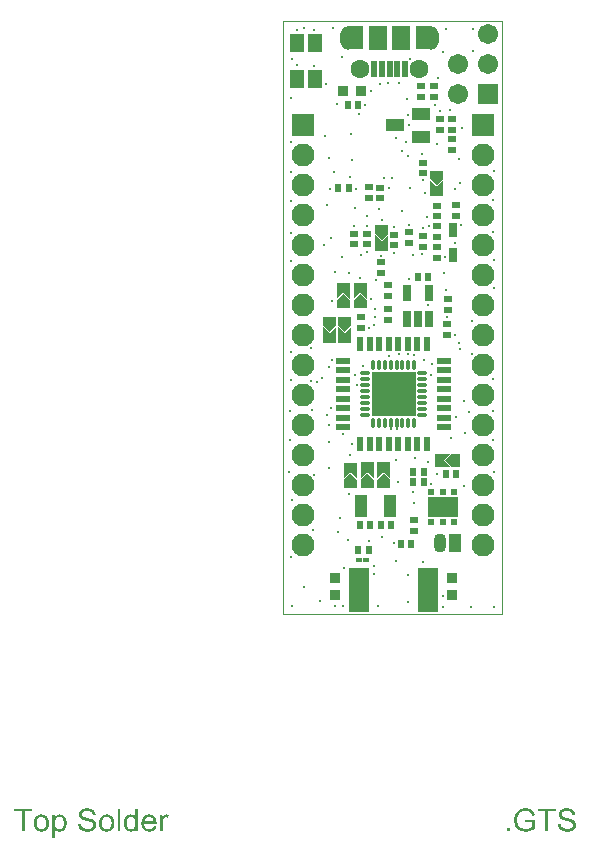
<source format=gts>
G04*
G04 #@! TF.GenerationSoftware,Altium Limited,Altium Designer,18.1.9 (240)*
G04*
G04 Layer_Color=8388736*
%FSLAX43Y43*%
%MOMM*%
G71*
G01*
G75*
%ADD15C,0.100*%
%ADD16R,1.800X3.800*%
%ADD17R,0.700X1.400*%
%ADD18R,0.800X0.610*%
%ADD19R,1.500X1.100*%
%ADD20R,1.200X1.600*%
%ADD21R,0.900X0.900*%
%ADD22R,0.900X0.900*%
%ADD23O,0.400X0.850*%
%ADD24O,0.850X0.400*%
%ADD25R,3.800X3.800*%
%ADD26R,0.600X1.300*%
%ADD27R,1.300X0.600*%
%ADD28R,2.600X1.800*%
%ADD29R,0.550X0.600*%
%ADD30R,0.525X0.430*%
%ADD31R,0.640X1.160*%
%ADD32R,1.100X1.900*%
%ADD33R,1.600X2.000*%
%ADD34R,0.500X1.450*%
%ADD35R,0.660X0.610*%
%ADD36R,0.610X0.800*%
%ADD37R,0.610X0.660*%
%ADD38R,1.703X1.703*%
%ADD39C,1.703*%
%ADD40R,1.100X1.600*%
%ADD41O,1.100X1.600*%
%ADD42O,1.300X2.000*%
%ADD43C,1.600*%
%ADD44C,1.950*%
%ADD45R,1.950X1.950*%
%ADD46C,0.300*%
G36*
X12517Y47842D02*
X11267D01*
Y49842D01*
X12517D01*
Y47842D01*
D02*
G37*
G36*
X6767D02*
X5517D01*
Y49842D01*
X6767D01*
Y47842D01*
D02*
G37*
G36*
X13567Y36875D02*
X13017Y36325D01*
X12467Y36875D01*
Y37575D01*
X13567D01*
Y36875D01*
D02*
G37*
G36*
Y35425D02*
X12467D01*
Y36775D01*
X13017Y36225D01*
Y36225D01*
X13567Y36775D01*
Y35425D01*
D02*
G37*
G36*
X8893Y32255D02*
X8343Y31705D01*
X7793Y32255D01*
Y32955D01*
X8893D01*
Y32255D01*
D02*
G37*
G36*
Y30805D02*
X7793D01*
Y32155D01*
X8343Y31605D01*
Y31605D01*
X8893Y32155D01*
Y30805D01*
D02*
G37*
G36*
X7071Y26725D02*
X6521Y27275D01*
Y27275D01*
X5971Y26725D01*
Y28075D01*
X7071D01*
Y26725D01*
D02*
G37*
G36*
X5650D02*
X5100Y27275D01*
Y27275D01*
X4550Y26725D01*
Y28075D01*
X5650D01*
Y26725D01*
D02*
G37*
G36*
X7071Y26625D02*
Y25925D01*
X5971D01*
Y26625D01*
X6521Y27175D01*
X7071Y26625D01*
D02*
G37*
G36*
X5650D02*
Y25925D01*
X4550D01*
Y26625D01*
X5100Y27175D01*
X5650Y26625D01*
D02*
G37*
G36*
X5750Y24475D02*
X5200Y23925D01*
X4650Y24475D01*
Y25175D01*
X5750D01*
Y24475D01*
D02*
G37*
G36*
X4510D02*
X3960Y23925D01*
X3410Y24475D01*
Y25175D01*
X4510D01*
Y24475D01*
D02*
G37*
G36*
X5750Y23025D02*
X4650D01*
Y24375D01*
X5200Y23825D01*
Y23825D01*
X5750Y24375D01*
Y23025D01*
D02*
G37*
G36*
X4510D02*
X3410D01*
Y24375D01*
X3960Y23825D01*
Y23825D01*
X4510Y24375D01*
Y23025D01*
D02*
G37*
G36*
X14975Y12525D02*
X14275D01*
X13725Y13075D01*
X14275Y13625D01*
X14975D01*
Y12525D01*
D02*
G37*
G36*
X13625Y13075D02*
X13625D01*
X14175Y12525D01*
X12825D01*
Y13625D01*
X14175D01*
X13625Y13075D01*
D02*
G37*
G36*
X9050Y11525D02*
X8500Y12075D01*
Y12075D01*
X7950Y11525D01*
Y12875D01*
X9050D01*
Y11525D01*
D02*
G37*
G36*
X7650D02*
X7100Y12075D01*
Y12075D01*
X6550Y11525D01*
Y12875D01*
X7650D01*
Y11525D01*
D02*
G37*
G36*
X6230Y11515D02*
X5680Y12065D01*
Y12065D01*
X5130Y11515D01*
Y12865D01*
X6230D01*
Y11515D01*
D02*
G37*
G36*
X9050Y11425D02*
Y10725D01*
X7950D01*
Y11425D01*
X8500Y11975D01*
X9050Y11425D01*
D02*
G37*
G36*
X7650D02*
Y10725D01*
X6550D01*
Y11425D01*
X7100Y11975D01*
X7650Y11425D01*
D02*
G37*
G36*
X6230Y11415D02*
Y10715D01*
X5130D01*
Y11415D01*
X5680Y11965D01*
X6230Y11415D01*
D02*
G37*
G36*
X-16550Y-16402D02*
X-16530D01*
X-16478Y-16407D01*
X-16419Y-16416D01*
X-16358Y-16430D01*
X-16292Y-16446D01*
X-16230Y-16469D01*
X-16228D01*
X-16222Y-16471D01*
X-16214Y-16477D01*
X-16203Y-16482D01*
X-16175Y-16496D01*
X-16139Y-16521D01*
X-16097Y-16549D01*
X-16056Y-16585D01*
X-16017Y-16627D01*
X-15981Y-16674D01*
Y-16677D01*
X-15978Y-16680D01*
X-15972Y-16688D01*
X-15967Y-16696D01*
X-15953Y-16724D01*
X-15936Y-16760D01*
X-15917Y-16804D01*
X-15903Y-16857D01*
X-15889Y-16913D01*
X-15883Y-16974D01*
X-16128Y-16993D01*
Y-16990D01*
Y-16985D01*
X-16131Y-16977D01*
X-16133Y-16963D01*
X-16142Y-16932D01*
X-16153Y-16890D01*
X-16169Y-16846D01*
X-16194Y-16802D01*
X-16225Y-16760D01*
X-16264Y-16721D01*
X-16269Y-16718D01*
X-16283Y-16707D01*
X-16311Y-16691D01*
X-16347Y-16674D01*
X-16394Y-16657D01*
X-16450Y-16641D01*
X-16519Y-16630D01*
X-16597Y-16627D01*
X-16636D01*
X-16652Y-16630D01*
X-16675Y-16632D01*
X-16725Y-16638D01*
X-16780Y-16649D01*
X-16836Y-16663D01*
X-16888Y-16685D01*
X-16911Y-16699D01*
X-16933Y-16713D01*
X-16938Y-16716D01*
X-16949Y-16727D01*
X-16966Y-16746D01*
X-16983Y-16768D01*
X-17002Y-16799D01*
X-17019Y-16832D01*
X-17030Y-16871D01*
X-17036Y-16915D01*
Y-16921D01*
Y-16932D01*
X-17033Y-16952D01*
X-17027Y-16974D01*
X-17019Y-17002D01*
X-17005Y-17029D01*
X-16988Y-17057D01*
X-16963Y-17085D01*
X-16961Y-17088D01*
X-16947Y-17096D01*
X-16936Y-17104D01*
X-16925Y-17110D01*
X-16908Y-17118D01*
X-16888Y-17129D01*
X-16863Y-17138D01*
X-16836Y-17149D01*
X-16805Y-17160D01*
X-16769Y-17174D01*
X-16730Y-17185D01*
X-16686Y-17199D01*
X-16636Y-17210D01*
X-16580Y-17224D01*
X-16577D01*
X-16566Y-17226D01*
X-16550Y-17229D01*
X-16530Y-17235D01*
X-16505Y-17240D01*
X-16475Y-17249D01*
X-16444Y-17257D01*
X-16411Y-17265D01*
X-16339Y-17285D01*
X-16269Y-17304D01*
X-16236Y-17315D01*
X-16205Y-17326D01*
X-16178Y-17335D01*
X-16155Y-17346D01*
X-16153D01*
X-16147Y-17349D01*
X-16139Y-17354D01*
X-16128Y-17360D01*
X-16097Y-17376D01*
X-16061Y-17399D01*
X-16019Y-17429D01*
X-15978Y-17462D01*
X-15939Y-17501D01*
X-15906Y-17543D01*
X-15903Y-17548D01*
X-15892Y-17562D01*
X-15881Y-17587D01*
X-15864Y-17621D01*
X-15850Y-17660D01*
X-15836Y-17707D01*
X-15828Y-17759D01*
X-15825Y-17815D01*
Y-17818D01*
Y-17821D01*
Y-17829D01*
Y-17840D01*
X-15831Y-17871D01*
X-15836Y-17909D01*
X-15847Y-17954D01*
X-15861Y-18001D01*
X-15883Y-18051D01*
X-15914Y-18104D01*
Y-18106D01*
X-15917Y-18109D01*
X-15931Y-18126D01*
X-15950Y-18151D01*
X-15978Y-18179D01*
X-16014Y-18212D01*
X-16058Y-18248D01*
X-16108Y-18281D01*
X-16167Y-18312D01*
X-16169D01*
X-16175Y-18315D01*
X-16183Y-18317D01*
X-16194Y-18323D01*
X-16211Y-18329D01*
X-16230Y-18337D01*
X-16275Y-18348D01*
X-16328Y-18362D01*
X-16391Y-18376D01*
X-16461Y-18384D01*
X-16536Y-18387D01*
X-16580D01*
X-16602Y-18384D01*
X-16627D01*
X-16655Y-18381D01*
X-16689Y-18379D01*
X-16758Y-18367D01*
X-16830Y-18356D01*
X-16902Y-18337D01*
X-16972Y-18312D01*
X-16974D01*
X-16980Y-18309D01*
X-16988Y-18304D01*
X-16999Y-18298D01*
X-17033Y-18281D01*
X-17072Y-18256D01*
X-17116Y-18223D01*
X-17163Y-18184D01*
X-17208Y-18137D01*
X-17249Y-18084D01*
Y-18081D01*
X-17255Y-18076D01*
X-17258Y-18068D01*
X-17266Y-18057D01*
X-17272Y-18043D01*
X-17280Y-18026D01*
X-17299Y-17984D01*
X-17319Y-17932D01*
X-17335Y-17873D01*
X-17346Y-17807D01*
X-17352Y-17737D01*
X-17113Y-17715D01*
Y-17718D01*
Y-17721D01*
X-17111Y-17729D01*
Y-17740D01*
X-17105Y-17765D01*
X-17097Y-17801D01*
X-17086Y-17837D01*
X-17074Y-17879D01*
X-17055Y-17918D01*
X-17036Y-17954D01*
X-17033Y-17957D01*
X-17024Y-17968D01*
X-17011Y-17987D01*
X-16988Y-18007D01*
X-16961Y-18032D01*
X-16930Y-18057D01*
X-16888Y-18081D01*
X-16844Y-18104D01*
X-16841D01*
X-16838Y-18106D01*
X-16830Y-18109D01*
X-16822Y-18112D01*
X-16794Y-18120D01*
X-16758Y-18131D01*
X-16714Y-18143D01*
X-16664Y-18151D01*
X-16608Y-18156D01*
X-16547Y-18159D01*
X-16522D01*
X-16494Y-18156D01*
X-16461Y-18154D01*
X-16422Y-18148D01*
X-16378Y-18143D01*
X-16333Y-18131D01*
X-16292Y-18118D01*
X-16286Y-18115D01*
X-16272Y-18109D01*
X-16253Y-18098D01*
X-16228Y-18087D01*
X-16203Y-18068D01*
X-16175Y-18048D01*
X-16147Y-18026D01*
X-16125Y-17998D01*
X-16122Y-17995D01*
X-16117Y-17984D01*
X-16108Y-17970D01*
X-16097Y-17948D01*
X-16086Y-17926D01*
X-16078Y-17898D01*
X-16072Y-17868D01*
X-16069Y-17834D01*
Y-17832D01*
Y-17818D01*
X-16072Y-17801D01*
X-16075Y-17779D01*
X-16083Y-17757D01*
X-16092Y-17729D01*
X-16106Y-17701D01*
X-16125Y-17676D01*
X-16128Y-17673D01*
X-16136Y-17665D01*
X-16147Y-17654D01*
X-16167Y-17637D01*
X-16189Y-17621D01*
X-16219Y-17601D01*
X-16255Y-17582D01*
X-16297Y-17565D01*
X-16300Y-17562D01*
X-16314Y-17560D01*
X-16336Y-17551D01*
X-16350Y-17548D01*
X-16369Y-17543D01*
X-16389Y-17535D01*
X-16414Y-17529D01*
X-16441Y-17521D01*
X-16475Y-17512D01*
X-16508Y-17504D01*
X-16547Y-17493D01*
X-16591Y-17482D01*
X-16639Y-17471D01*
X-16641D01*
X-16650Y-17468D01*
X-16664Y-17465D01*
X-16680Y-17460D01*
X-16702Y-17454D01*
X-16727Y-17449D01*
X-16783Y-17432D01*
X-16844Y-17412D01*
X-16908Y-17393D01*
X-16963Y-17374D01*
X-16988Y-17362D01*
X-17011Y-17351D01*
X-17013D01*
X-17016Y-17349D01*
X-17033Y-17337D01*
X-17058Y-17324D01*
X-17086Y-17301D01*
X-17119Y-17276D01*
X-17152Y-17246D01*
X-17185Y-17210D01*
X-17213Y-17171D01*
X-17216Y-17165D01*
X-17224Y-17151D01*
X-17235Y-17129D01*
X-17247Y-17101D01*
X-17258Y-17065D01*
X-17269Y-17024D01*
X-17277Y-16979D01*
X-17280Y-16932D01*
Y-16929D01*
Y-16927D01*
Y-16918D01*
Y-16907D01*
X-17274Y-16879D01*
X-17269Y-16843D01*
X-17260Y-16802D01*
X-17247Y-16754D01*
X-17227Y-16707D01*
X-17199Y-16660D01*
Y-16657D01*
X-17197Y-16655D01*
X-17183Y-16638D01*
X-17163Y-16616D01*
X-17138Y-16588D01*
X-17105Y-16557D01*
X-17063Y-16524D01*
X-17013Y-16493D01*
X-16958Y-16466D01*
X-16955D01*
X-16949Y-16463D01*
X-16941Y-16460D01*
X-16930Y-16455D01*
X-16916Y-16449D01*
X-16897Y-16444D01*
X-16855Y-16432D01*
X-16802Y-16421D01*
X-16741Y-16410D01*
X-16677Y-16402D01*
X-16605Y-16399D01*
X-16569D01*
X-16550Y-16402D01*
D02*
G37*
G36*
X-12297Y-18354D02*
X-12516D01*
Y-18179D01*
X-12519Y-18181D01*
X-12521Y-18187D01*
X-12530Y-18198D01*
X-12541Y-18212D01*
X-12555Y-18226D01*
X-12571Y-18243D01*
X-12591Y-18262D01*
X-12616Y-18281D01*
X-12641Y-18301D01*
X-12669Y-18320D01*
X-12702Y-18337D01*
X-12738Y-18351D01*
X-12774Y-18365D01*
X-12816Y-18376D01*
X-12860Y-18381D01*
X-12907Y-18384D01*
X-12924D01*
X-12935Y-18381D01*
X-12968Y-18379D01*
X-13007Y-18373D01*
X-13054Y-18362D01*
X-13107Y-18345D01*
X-13160Y-18323D01*
X-13213Y-18292D01*
X-13215D01*
X-13218Y-18287D01*
X-13235Y-18276D01*
X-13260Y-18254D01*
X-13290Y-18226D01*
X-13327Y-18190D01*
X-13363Y-18145D01*
X-13399Y-18095D01*
X-13429Y-18037D01*
Y-18034D01*
X-13432Y-18029D01*
X-13435Y-18020D01*
X-13440Y-18009D01*
X-13446Y-17993D01*
X-13454Y-17973D01*
X-13460Y-17954D01*
X-13465Y-17929D01*
X-13479Y-17873D01*
X-13493Y-17809D01*
X-13501Y-17737D01*
X-13504Y-17660D01*
Y-17657D01*
Y-17651D01*
Y-17640D01*
Y-17623D01*
X-13501Y-17607D01*
Y-17585D01*
X-13496Y-17535D01*
X-13488Y-17476D01*
X-13474Y-17412D01*
X-13457Y-17346D01*
X-13435Y-17282D01*
Y-17279D01*
X-13432Y-17274D01*
X-13426Y-17265D01*
X-13421Y-17254D01*
X-13404Y-17224D01*
X-13382Y-17185D01*
X-13354Y-17143D01*
X-13318Y-17101D01*
X-13277Y-17057D01*
X-13227Y-17021D01*
X-13224D01*
X-13221Y-17018D01*
X-13213Y-17013D01*
X-13202Y-17007D01*
X-13174Y-16993D01*
X-13135Y-16974D01*
X-13091Y-16957D01*
X-13038Y-16943D01*
X-12979Y-16932D01*
X-12918Y-16929D01*
X-12896D01*
X-12874Y-16932D01*
X-12843Y-16935D01*
X-12807Y-16943D01*
X-12769Y-16952D01*
X-12730Y-16965D01*
X-12694Y-16985D01*
X-12688Y-16988D01*
X-12677Y-16993D01*
X-12660Y-17007D01*
X-12638Y-17021D01*
X-12610Y-17040D01*
X-12585Y-17065D01*
X-12558Y-17090D01*
X-12533Y-17121D01*
Y-16432D01*
X-12297D01*
Y-18354D01*
D02*
G37*
G36*
X-18876Y-16932D02*
X-18857Y-16935D01*
X-18815Y-16940D01*
X-18765Y-16952D01*
X-18712Y-16968D01*
X-18660Y-16993D01*
X-18607Y-17024D01*
X-18604D01*
X-18601Y-17029D01*
X-18585Y-17040D01*
X-18560Y-17063D01*
X-18529Y-17090D01*
X-18496Y-17126D01*
X-18463Y-17171D01*
X-18429Y-17224D01*
X-18401Y-17282D01*
Y-17285D01*
X-18399Y-17290D01*
X-18396Y-17299D01*
X-18390Y-17310D01*
X-18385Y-17326D01*
X-18379Y-17346D01*
X-18365Y-17390D01*
X-18351Y-17446D01*
X-18340Y-17507D01*
X-18332Y-17576D01*
X-18329Y-17648D01*
Y-17651D01*
Y-17657D01*
Y-17668D01*
Y-17684D01*
X-18332Y-17704D01*
Y-17726D01*
X-18338Y-17776D01*
X-18349Y-17837D01*
X-18363Y-17901D01*
X-18382Y-17968D01*
X-18407Y-18034D01*
Y-18037D01*
X-18410Y-18043D01*
X-18415Y-18051D01*
X-18421Y-18062D01*
X-18440Y-18093D01*
X-18465Y-18131D01*
X-18496Y-18173D01*
X-18535Y-18215D01*
X-18579Y-18256D01*
X-18632Y-18295D01*
X-18635D01*
X-18637Y-18298D01*
X-18646Y-18304D01*
X-18657Y-18309D01*
X-18685Y-18323D01*
X-18723Y-18340D01*
X-18771Y-18356D01*
X-18821Y-18370D01*
X-18879Y-18381D01*
X-18937Y-18384D01*
X-18957D01*
X-18979Y-18381D01*
X-19007Y-18379D01*
X-19040Y-18373D01*
X-19076Y-18365D01*
X-19112Y-18354D01*
X-19148Y-18337D01*
X-19151Y-18334D01*
X-19165Y-18329D01*
X-19182Y-18317D01*
X-19204Y-18301D01*
X-19226Y-18284D01*
X-19254Y-18262D01*
X-19279Y-18237D01*
X-19301Y-18209D01*
Y-18887D01*
X-19537D01*
Y-16960D01*
X-19323D01*
Y-17143D01*
X-19320Y-17138D01*
X-19309Y-17126D01*
X-19295Y-17107D01*
X-19273Y-17085D01*
X-19248Y-17057D01*
X-19220Y-17032D01*
X-19187Y-17007D01*
X-19154Y-16985D01*
X-19148Y-16982D01*
X-19137Y-16977D01*
X-19115Y-16968D01*
X-19087Y-16957D01*
X-19054Y-16946D01*
X-19015Y-16938D01*
X-18971Y-16932D01*
X-18921Y-16929D01*
X-18890D01*
X-18876Y-16932D01*
D02*
G37*
G36*
X-9873D02*
X-9842Y-16938D01*
X-9806Y-16949D01*
X-9767Y-16963D01*
X-9723Y-16982D01*
X-9676Y-17007D01*
X-9762Y-17224D01*
X-9765Y-17221D01*
X-9776Y-17215D01*
X-9792Y-17207D01*
X-9815Y-17199D01*
X-9840Y-17190D01*
X-9870Y-17182D01*
X-9901Y-17176D01*
X-9931Y-17174D01*
X-9945D01*
X-9959Y-17176D01*
X-9978Y-17179D01*
X-9998Y-17185D01*
X-10023Y-17193D01*
X-10048Y-17204D01*
X-10070Y-17221D01*
X-10073Y-17224D01*
X-10081Y-17229D01*
X-10089Y-17240D01*
X-10103Y-17254D01*
X-10117Y-17274D01*
X-10131Y-17296D01*
X-10145Y-17321D01*
X-10156Y-17351D01*
X-10159Y-17357D01*
X-10162Y-17374D01*
X-10167Y-17399D01*
X-10176Y-17432D01*
X-10184Y-17474D01*
X-10189Y-17521D01*
X-10192Y-17571D01*
X-10195Y-17626D01*
Y-18354D01*
X-10431D01*
Y-16960D01*
X-10217D01*
Y-17171D01*
X-10214Y-17168D01*
X-10203Y-17149D01*
X-10189Y-17124D01*
X-10167Y-17093D01*
X-10145Y-17063D01*
X-10120Y-17029D01*
X-10095Y-17002D01*
X-10070Y-16979D01*
X-10067Y-16977D01*
X-10059Y-16971D01*
X-10042Y-16963D01*
X-10026Y-16954D01*
X-10003Y-16946D01*
X-9976Y-16938D01*
X-9948Y-16932D01*
X-9917Y-16929D01*
X-9898D01*
X-9873Y-16932D01*
D02*
G37*
G36*
X-13782Y-18354D02*
X-14018D01*
Y-16432D01*
X-13782D01*
Y-18354D01*
D02*
G37*
G36*
X-21264Y-16660D02*
X-21897D01*
Y-18354D01*
X-22152D01*
Y-16660D01*
X-22785D01*
Y-16432D01*
X-21264D01*
Y-16660D01*
D02*
G37*
G36*
X-11305Y-16932D02*
X-11283Y-16935D01*
X-11255Y-16940D01*
X-11225Y-16946D01*
X-11189Y-16954D01*
X-11156Y-16963D01*
X-11117Y-16977D01*
X-11081Y-16990D01*
X-11042Y-17010D01*
X-11003Y-17032D01*
X-10964Y-17057D01*
X-10928Y-17088D01*
X-10895Y-17121D01*
X-10892Y-17124D01*
X-10886Y-17129D01*
X-10878Y-17140D01*
X-10867Y-17157D01*
X-10853Y-17176D01*
X-10839Y-17199D01*
X-10822Y-17226D01*
X-10806Y-17260D01*
X-10789Y-17296D01*
X-10772Y-17335D01*
X-10759Y-17379D01*
X-10745Y-17426D01*
X-10734Y-17479D01*
X-10725Y-17535D01*
X-10720Y-17593D01*
X-10717Y-17657D01*
Y-17660D01*
Y-17671D01*
Y-17690D01*
X-10720Y-17718D01*
X-11761D01*
Y-17721D01*
Y-17729D01*
X-11758Y-17740D01*
Y-17757D01*
X-11755Y-17776D01*
X-11750Y-17798D01*
X-11741Y-17848D01*
X-11725Y-17904D01*
X-11702Y-17965D01*
X-11672Y-18020D01*
X-11633Y-18070D01*
X-11630D01*
X-11627Y-18076D01*
X-11611Y-18090D01*
X-11586Y-18109D01*
X-11553Y-18129D01*
X-11508Y-18151D01*
X-11458Y-18170D01*
X-11403Y-18184D01*
X-11372Y-18187D01*
X-11339Y-18190D01*
X-11317D01*
X-11292Y-18187D01*
X-11261Y-18181D01*
X-11228Y-18173D01*
X-11189Y-18162D01*
X-11153Y-18145D01*
X-11117Y-18123D01*
X-11114Y-18120D01*
X-11100Y-18109D01*
X-11083Y-18093D01*
X-11064Y-18070D01*
X-11042Y-18040D01*
X-11017Y-18001D01*
X-10992Y-17957D01*
X-10970Y-17904D01*
X-10725Y-17934D01*
Y-17937D01*
X-10728Y-17943D01*
X-10731Y-17954D01*
X-10736Y-17970D01*
X-10745Y-17987D01*
X-10753Y-18009D01*
X-10775Y-18057D01*
X-10803Y-18109D01*
X-10842Y-18165D01*
X-10886Y-18218D01*
X-10942Y-18268D01*
X-10945D01*
X-10950Y-18273D01*
X-10958Y-18279D01*
X-10970Y-18287D01*
X-10986Y-18295D01*
X-11003Y-18304D01*
X-11025Y-18315D01*
X-11050Y-18326D01*
X-11078Y-18337D01*
X-11106Y-18348D01*
X-11175Y-18365D01*
X-11253Y-18379D01*
X-11339Y-18384D01*
X-11369D01*
X-11389Y-18381D01*
X-11414Y-18379D01*
X-11444Y-18373D01*
X-11478Y-18367D01*
X-11514Y-18362D01*
X-11591Y-18340D01*
X-11633Y-18323D01*
X-11672Y-18306D01*
X-11714Y-18284D01*
X-11752Y-18259D01*
X-11788Y-18231D01*
X-11825Y-18198D01*
X-11827Y-18195D01*
X-11833Y-18190D01*
X-11841Y-18179D01*
X-11852Y-18162D01*
X-11866Y-18143D01*
X-11880Y-18120D01*
X-11897Y-18093D01*
X-11913Y-18062D01*
X-11930Y-18026D01*
X-11947Y-17987D01*
X-11961Y-17943D01*
X-11974Y-17895D01*
X-11986Y-17846D01*
X-11994Y-17790D01*
X-11999Y-17732D01*
X-12002Y-17671D01*
Y-17668D01*
Y-17654D01*
Y-17637D01*
X-11999Y-17612D01*
X-11997Y-17582D01*
X-11994Y-17548D01*
X-11988Y-17510D01*
X-11980Y-17471D01*
X-11958Y-17382D01*
X-11944Y-17337D01*
X-11927Y-17290D01*
X-11905Y-17246D01*
X-11880Y-17204D01*
X-11852Y-17163D01*
X-11822Y-17124D01*
X-11819Y-17121D01*
X-11813Y-17115D01*
X-11802Y-17107D01*
X-11788Y-17093D01*
X-11772Y-17079D01*
X-11750Y-17063D01*
X-11725Y-17043D01*
X-11694Y-17027D01*
X-11664Y-17007D01*
X-11627Y-16990D01*
X-11589Y-16974D01*
X-11547Y-16960D01*
X-11503Y-16946D01*
X-11455Y-16938D01*
X-11405Y-16932D01*
X-11353Y-16929D01*
X-11325D01*
X-11305Y-16932D01*
D02*
G37*
G36*
X-14895D02*
X-14870Y-16935D01*
X-14842Y-16940D01*
X-14812Y-16946D01*
X-14776Y-16952D01*
X-14701Y-16977D01*
X-14662Y-16990D01*
X-14623Y-17010D01*
X-14584Y-17029D01*
X-14545Y-17057D01*
X-14509Y-17085D01*
X-14473Y-17118D01*
X-14470Y-17121D01*
X-14465Y-17126D01*
X-14456Y-17138D01*
X-14445Y-17151D01*
X-14431Y-17171D01*
X-14415Y-17196D01*
X-14398Y-17224D01*
X-14381Y-17254D01*
X-14365Y-17288D01*
X-14348Y-17329D01*
X-14332Y-17371D01*
X-14318Y-17418D01*
X-14307Y-17468D01*
X-14298Y-17521D01*
X-14293Y-17576D01*
X-14290Y-17637D01*
Y-17640D01*
Y-17648D01*
Y-17662D01*
Y-17682D01*
X-14293Y-17704D01*
X-14295Y-17732D01*
Y-17759D01*
X-14301Y-17790D01*
X-14309Y-17859D01*
X-14326Y-17929D01*
X-14345Y-17998D01*
X-14373Y-18062D01*
Y-18065D01*
X-14376Y-18068D01*
X-14381Y-18076D01*
X-14387Y-18087D01*
X-14406Y-18115D01*
X-14431Y-18148D01*
X-14465Y-18187D01*
X-14506Y-18226D01*
X-14554Y-18265D01*
X-14609Y-18301D01*
X-14612D01*
X-14615Y-18304D01*
X-14623Y-18309D01*
X-14637Y-18315D01*
X-14651Y-18320D01*
X-14667Y-18326D01*
X-14709Y-18342D01*
X-14756Y-18356D01*
X-14815Y-18370D01*
X-14876Y-18381D01*
X-14942Y-18384D01*
X-14970D01*
X-14992Y-18381D01*
X-15017Y-18379D01*
X-15045Y-18373D01*
X-15078Y-18367D01*
X-15112Y-18362D01*
X-15187Y-18340D01*
X-15228Y-18323D01*
X-15267Y-18306D01*
X-15306Y-18284D01*
X-15345Y-18259D01*
X-15381Y-18231D01*
X-15417Y-18198D01*
X-15420Y-18195D01*
X-15425Y-18190D01*
X-15434Y-18179D01*
X-15445Y-18162D01*
X-15459Y-18143D01*
X-15473Y-18120D01*
X-15489Y-18093D01*
X-15506Y-18059D01*
X-15523Y-18023D01*
X-15539Y-17982D01*
X-15553Y-17937D01*
X-15567Y-17890D01*
X-15578Y-17837D01*
X-15586Y-17782D01*
X-15592Y-17721D01*
X-15595Y-17657D01*
Y-17651D01*
Y-17640D01*
X-15592Y-17621D01*
Y-17593D01*
X-15589Y-17562D01*
X-15584Y-17523D01*
X-15578Y-17485D01*
X-15567Y-17440D01*
X-15556Y-17396D01*
X-15542Y-17349D01*
X-15525Y-17299D01*
X-15503Y-17251D01*
X-15481Y-17207D01*
X-15450Y-17163D01*
X-15420Y-17121D01*
X-15381Y-17085D01*
X-15378Y-17082D01*
X-15373Y-17079D01*
X-15361Y-17071D01*
X-15348Y-17060D01*
X-15331Y-17049D01*
X-15309Y-17035D01*
X-15287Y-17021D01*
X-15259Y-17007D01*
X-15228Y-16993D01*
X-15195Y-16979D01*
X-15120Y-16954D01*
X-15034Y-16935D01*
X-14989Y-16932D01*
X-14942Y-16929D01*
X-14915D01*
X-14895Y-16932D01*
D02*
G37*
G36*
X-20420D02*
X-20395Y-16935D01*
X-20367Y-16940D01*
X-20336Y-16946D01*
X-20300Y-16952D01*
X-20225Y-16977D01*
X-20187Y-16990D01*
X-20148Y-17010D01*
X-20109Y-17029D01*
X-20070Y-17057D01*
X-20034Y-17085D01*
X-19998Y-17118D01*
X-19995Y-17121D01*
X-19989Y-17126D01*
X-19981Y-17138D01*
X-19970Y-17151D01*
X-19956Y-17171D01*
X-19939Y-17196D01*
X-19923Y-17224D01*
X-19906Y-17254D01*
X-19890Y-17288D01*
X-19873Y-17329D01*
X-19856Y-17371D01*
X-19842Y-17418D01*
X-19831Y-17468D01*
X-19823Y-17521D01*
X-19817Y-17576D01*
X-19815Y-17637D01*
Y-17640D01*
Y-17648D01*
Y-17662D01*
Y-17682D01*
X-19817Y-17704D01*
X-19820Y-17732D01*
Y-17759D01*
X-19826Y-17790D01*
X-19834Y-17859D01*
X-19851Y-17929D01*
X-19870Y-17998D01*
X-19898Y-18062D01*
Y-18065D01*
X-19901Y-18068D01*
X-19906Y-18076D01*
X-19912Y-18087D01*
X-19931Y-18115D01*
X-19956Y-18148D01*
X-19989Y-18187D01*
X-20031Y-18226D01*
X-20078Y-18265D01*
X-20134Y-18301D01*
X-20137D01*
X-20139Y-18304D01*
X-20148Y-18309D01*
X-20162Y-18315D01*
X-20175Y-18320D01*
X-20192Y-18326D01*
X-20234Y-18342D01*
X-20281Y-18356D01*
X-20339Y-18370D01*
X-20400Y-18381D01*
X-20467Y-18384D01*
X-20495D01*
X-20517Y-18381D01*
X-20542Y-18379D01*
X-20570Y-18373D01*
X-20603Y-18367D01*
X-20636Y-18362D01*
X-20711Y-18340D01*
X-20753Y-18323D01*
X-20792Y-18306D01*
X-20831Y-18284D01*
X-20870Y-18259D01*
X-20906Y-18231D01*
X-20942Y-18198D01*
X-20944Y-18195D01*
X-20950Y-18190D01*
X-20958Y-18179D01*
X-20969Y-18162D01*
X-20983Y-18143D01*
X-20997Y-18120D01*
X-21014Y-18093D01*
X-21031Y-18059D01*
X-21047Y-18023D01*
X-21064Y-17982D01*
X-21078Y-17937D01*
X-21092Y-17890D01*
X-21103Y-17837D01*
X-21111Y-17782D01*
X-21117Y-17721D01*
X-21119Y-17657D01*
Y-17651D01*
Y-17640D01*
X-21117Y-17621D01*
Y-17593D01*
X-21114Y-17562D01*
X-21108Y-17523D01*
X-21103Y-17485D01*
X-21092Y-17440D01*
X-21081Y-17396D01*
X-21067Y-17349D01*
X-21050Y-17299D01*
X-21028Y-17251D01*
X-21006Y-17207D01*
X-20975Y-17163D01*
X-20944Y-17121D01*
X-20906Y-17085D01*
X-20903Y-17082D01*
X-20897Y-17079D01*
X-20886Y-17071D01*
X-20872Y-17060D01*
X-20856Y-17049D01*
X-20833Y-17035D01*
X-20811Y-17021D01*
X-20783Y-17007D01*
X-20753Y-16993D01*
X-20720Y-16979D01*
X-20645Y-16954D01*
X-20559Y-16935D01*
X-20514Y-16932D01*
X-20467Y-16929D01*
X-20439D01*
X-20420Y-16932D01*
D02*
G37*
G36*
X24065Y-16402D02*
X24085D01*
X24137Y-16407D01*
X24196Y-16416D01*
X24257Y-16430D01*
X24323Y-16446D01*
X24384Y-16469D01*
X24387D01*
X24393Y-16471D01*
X24401Y-16477D01*
X24412Y-16482D01*
X24440Y-16496D01*
X24476Y-16521D01*
X24518Y-16549D01*
X24559Y-16585D01*
X24598Y-16627D01*
X24634Y-16674D01*
Y-16677D01*
X24637Y-16680D01*
X24643Y-16688D01*
X24648Y-16696D01*
X24662Y-16724D01*
X24679Y-16760D01*
X24698Y-16804D01*
X24712Y-16857D01*
X24726Y-16913D01*
X24731Y-16974D01*
X24487Y-16993D01*
Y-16990D01*
Y-16985D01*
X24484Y-16977D01*
X24482Y-16963D01*
X24473Y-16932D01*
X24462Y-16890D01*
X24445Y-16846D01*
X24420Y-16802D01*
X24390Y-16760D01*
X24351Y-16721D01*
X24346Y-16718D01*
X24332Y-16707D01*
X24304Y-16691D01*
X24268Y-16674D01*
X24221Y-16657D01*
X24165Y-16641D01*
X24096Y-16630D01*
X24018Y-16627D01*
X23979D01*
X23962Y-16630D01*
X23940Y-16632D01*
X23890Y-16638D01*
X23835Y-16649D01*
X23779Y-16663D01*
X23726Y-16685D01*
X23704Y-16699D01*
X23682Y-16713D01*
X23676Y-16716D01*
X23665Y-16727D01*
X23649Y-16746D01*
X23632Y-16768D01*
X23613Y-16799D01*
X23596Y-16832D01*
X23585Y-16871D01*
X23579Y-16915D01*
Y-16921D01*
Y-16932D01*
X23582Y-16952D01*
X23588Y-16974D01*
X23596Y-17002D01*
X23610Y-17029D01*
X23626Y-17057D01*
X23651Y-17085D01*
X23654Y-17088D01*
X23668Y-17096D01*
X23679Y-17104D01*
X23690Y-17110D01*
X23707Y-17118D01*
X23726Y-17129D01*
X23751Y-17138D01*
X23779Y-17149D01*
X23810Y-17160D01*
X23846Y-17174D01*
X23885Y-17185D01*
X23929Y-17199D01*
X23979Y-17210D01*
X24035Y-17224D01*
X24037D01*
X24048Y-17226D01*
X24065Y-17229D01*
X24085Y-17235D01*
X24110Y-17240D01*
X24140Y-17249D01*
X24171Y-17257D01*
X24204Y-17265D01*
X24276Y-17285D01*
X24346Y-17304D01*
X24379Y-17315D01*
X24409Y-17326D01*
X24437Y-17335D01*
X24459Y-17346D01*
X24462D01*
X24468Y-17349D01*
X24476Y-17354D01*
X24487Y-17360D01*
X24518Y-17376D01*
X24554Y-17399D01*
X24595Y-17429D01*
X24637Y-17462D01*
X24676Y-17501D01*
X24709Y-17543D01*
X24712Y-17548D01*
X24723Y-17562D01*
X24734Y-17587D01*
X24751Y-17621D01*
X24765Y-17660D01*
X24779Y-17707D01*
X24787Y-17759D01*
X24790Y-17815D01*
Y-17818D01*
Y-17821D01*
Y-17829D01*
Y-17840D01*
X24784Y-17871D01*
X24779Y-17909D01*
X24767Y-17954D01*
X24754Y-18001D01*
X24731Y-18051D01*
X24701Y-18104D01*
Y-18106D01*
X24698Y-18109D01*
X24684Y-18126D01*
X24665Y-18151D01*
X24637Y-18179D01*
X24601Y-18212D01*
X24557Y-18248D01*
X24507Y-18281D01*
X24448Y-18312D01*
X24445D01*
X24440Y-18315D01*
X24432Y-18317D01*
X24420Y-18323D01*
X24404Y-18329D01*
X24384Y-18337D01*
X24340Y-18348D01*
X24287Y-18362D01*
X24223Y-18376D01*
X24154Y-18384D01*
X24079Y-18387D01*
X24035D01*
X24012Y-18384D01*
X23987D01*
X23960Y-18381D01*
X23926Y-18379D01*
X23857Y-18367D01*
X23785Y-18356D01*
X23713Y-18337D01*
X23643Y-18312D01*
X23640D01*
X23635Y-18309D01*
X23626Y-18304D01*
X23615Y-18298D01*
X23582Y-18281D01*
X23543Y-18256D01*
X23499Y-18223D01*
X23452Y-18184D01*
X23407Y-18137D01*
X23366Y-18084D01*
Y-18081D01*
X23360Y-18076D01*
X23357Y-18068D01*
X23349Y-18057D01*
X23343Y-18043D01*
X23335Y-18026D01*
X23316Y-17984D01*
X23296Y-17932D01*
X23279Y-17873D01*
X23268Y-17807D01*
X23263Y-17737D01*
X23502Y-17715D01*
Y-17718D01*
Y-17721D01*
X23504Y-17729D01*
Y-17740D01*
X23510Y-17765D01*
X23518Y-17801D01*
X23529Y-17837D01*
X23540Y-17879D01*
X23560Y-17918D01*
X23579Y-17954D01*
X23582Y-17957D01*
X23590Y-17968D01*
X23604Y-17987D01*
X23626Y-18007D01*
X23654Y-18032D01*
X23685Y-18057D01*
X23726Y-18081D01*
X23771Y-18104D01*
X23774D01*
X23776Y-18106D01*
X23785Y-18109D01*
X23793Y-18112D01*
X23821Y-18120D01*
X23857Y-18131D01*
X23901Y-18143D01*
X23951Y-18151D01*
X24007Y-18156D01*
X24068Y-18159D01*
X24093D01*
X24121Y-18156D01*
X24154Y-18154D01*
X24193Y-18148D01*
X24237Y-18143D01*
X24282Y-18131D01*
X24323Y-18118D01*
X24329Y-18115D01*
X24343Y-18109D01*
X24362Y-18098D01*
X24387Y-18087D01*
X24412Y-18068D01*
X24440Y-18048D01*
X24468Y-18026D01*
X24490Y-17998D01*
X24493Y-17995D01*
X24498Y-17984D01*
X24507Y-17970D01*
X24518Y-17948D01*
X24529Y-17926D01*
X24537Y-17898D01*
X24543Y-17868D01*
X24545Y-17834D01*
Y-17832D01*
Y-17818D01*
X24543Y-17801D01*
X24540Y-17779D01*
X24532Y-17757D01*
X24523Y-17729D01*
X24509Y-17701D01*
X24490Y-17676D01*
X24487Y-17673D01*
X24479Y-17665D01*
X24468Y-17654D01*
X24448Y-17637D01*
X24426Y-17621D01*
X24395Y-17601D01*
X24359Y-17582D01*
X24318Y-17565D01*
X24315Y-17562D01*
X24301Y-17560D01*
X24279Y-17551D01*
X24265Y-17548D01*
X24246Y-17543D01*
X24226Y-17535D01*
X24201Y-17529D01*
X24173Y-17521D01*
X24140Y-17512D01*
X24107Y-17504D01*
X24068Y-17493D01*
X24023Y-17482D01*
X23976Y-17471D01*
X23973D01*
X23965Y-17468D01*
X23951Y-17465D01*
X23935Y-17460D01*
X23912Y-17454D01*
X23887Y-17449D01*
X23832Y-17432D01*
X23771Y-17412D01*
X23707Y-17393D01*
X23651Y-17374D01*
X23626Y-17362D01*
X23604Y-17351D01*
X23601D01*
X23599Y-17349D01*
X23582Y-17337D01*
X23557Y-17324D01*
X23529Y-17301D01*
X23496Y-17276D01*
X23463Y-17246D01*
X23429Y-17210D01*
X23402Y-17171D01*
X23399Y-17165D01*
X23390Y-17151D01*
X23379Y-17129D01*
X23368Y-17101D01*
X23357Y-17065D01*
X23346Y-17024D01*
X23338Y-16979D01*
X23335Y-16932D01*
Y-16929D01*
Y-16927D01*
Y-16918D01*
Y-16907D01*
X23341Y-16879D01*
X23346Y-16843D01*
X23354Y-16802D01*
X23368Y-16754D01*
X23388Y-16707D01*
X23415Y-16660D01*
Y-16657D01*
X23418Y-16655D01*
X23432Y-16638D01*
X23452Y-16616D01*
X23477Y-16588D01*
X23510Y-16557D01*
X23552Y-16524D01*
X23601Y-16493D01*
X23657Y-16466D01*
X23660D01*
X23665Y-16463D01*
X23674Y-16460D01*
X23685Y-16455D01*
X23699Y-16449D01*
X23718Y-16444D01*
X23760Y-16432D01*
X23812Y-16421D01*
X23874Y-16410D01*
X23937Y-16402D01*
X24010Y-16399D01*
X24046D01*
X24065Y-16402D01*
D02*
G37*
G36*
X20567D02*
X20589D01*
X20642Y-16407D01*
X20700Y-16416D01*
X20761Y-16430D01*
X20828Y-16446D01*
X20892Y-16469D01*
X20895D01*
X20900Y-16471D01*
X20909Y-16474D01*
X20920Y-16480D01*
X20950Y-16496D01*
X20989Y-16516D01*
X21031Y-16543D01*
X21075Y-16577D01*
X21117Y-16613D01*
X21156Y-16657D01*
X21161Y-16663D01*
X21172Y-16680D01*
X21189Y-16705D01*
X21211Y-16741D01*
X21233Y-16785D01*
X21258Y-16841D01*
X21283Y-16902D01*
X21303Y-16971D01*
X21072Y-17032D01*
Y-17029D01*
X21070Y-17027D01*
X21067Y-17018D01*
X21064Y-17007D01*
X21056Y-16982D01*
X21045Y-16949D01*
X21028Y-16910D01*
X21008Y-16874D01*
X20989Y-16835D01*
X20964Y-16802D01*
X20961Y-16799D01*
X20953Y-16788D01*
X20936Y-16774D01*
X20917Y-16754D01*
X20892Y-16732D01*
X20859Y-16710D01*
X20822Y-16688D01*
X20781Y-16668D01*
X20775Y-16666D01*
X20761Y-16660D01*
X20736Y-16652D01*
X20703Y-16641D01*
X20664Y-16632D01*
X20620Y-16624D01*
X20570Y-16618D01*
X20517Y-16616D01*
X20487D01*
X20473Y-16618D01*
X20456D01*
X20414Y-16621D01*
X20367Y-16630D01*
X20314Y-16638D01*
X20264Y-16652D01*
X20215Y-16671D01*
X20209Y-16674D01*
X20192Y-16680D01*
X20170Y-16693D01*
X20142Y-16707D01*
X20109Y-16729D01*
X20073Y-16752D01*
X20040Y-16779D01*
X20009Y-16810D01*
X20006Y-16813D01*
X19995Y-16824D01*
X19981Y-16843D01*
X19965Y-16866D01*
X19945Y-16893D01*
X19926Y-16927D01*
X19906Y-16963D01*
X19887Y-17002D01*
Y-17004D01*
X19884Y-17010D01*
X19881Y-17018D01*
X19876Y-17032D01*
X19870Y-17049D01*
X19865Y-17068D01*
X19856Y-17090D01*
X19851Y-17115D01*
X19837Y-17174D01*
X19826Y-17240D01*
X19817Y-17310D01*
X19815Y-17387D01*
Y-17390D01*
Y-17399D01*
Y-17412D01*
X19817Y-17429D01*
Y-17451D01*
X19820Y-17479D01*
X19823Y-17507D01*
X19826Y-17537D01*
X19837Y-17607D01*
X19851Y-17679D01*
X19873Y-17751D01*
X19901Y-17821D01*
Y-17823D01*
X19906Y-17829D01*
X19909Y-17837D01*
X19917Y-17848D01*
X19937Y-17879D01*
X19967Y-17918D01*
X20004Y-17959D01*
X20048Y-18001D01*
X20101Y-18040D01*
X20159Y-18076D01*
X20162D01*
X20167Y-18079D01*
X20176Y-18084D01*
X20190Y-18090D01*
X20203Y-18095D01*
X20223Y-18101D01*
X20267Y-18118D01*
X20323Y-18131D01*
X20384Y-18145D01*
X20450Y-18156D01*
X20520Y-18159D01*
X20548D01*
X20564Y-18156D01*
X20581D01*
X20623Y-18151D01*
X20673Y-18145D01*
X20725Y-18134D01*
X20784Y-18118D01*
X20842Y-18098D01*
X20845D01*
X20850Y-18095D01*
X20856Y-18093D01*
X20867Y-18087D01*
X20897Y-18073D01*
X20931Y-18057D01*
X20970Y-18037D01*
X21011Y-18015D01*
X21050Y-17990D01*
X21083Y-17962D01*
Y-17601D01*
X20517D01*
Y-17374D01*
X21333D01*
Y-18087D01*
X21331Y-18090D01*
X21325Y-18093D01*
X21314Y-18101D01*
X21300Y-18112D01*
X21283Y-18123D01*
X21264Y-18137D01*
X21239Y-18154D01*
X21214Y-18170D01*
X21156Y-18206D01*
X21089Y-18245D01*
X21020Y-18281D01*
X20945Y-18312D01*
X20942D01*
X20936Y-18315D01*
X20925Y-18317D01*
X20911Y-18323D01*
X20892Y-18329D01*
X20870Y-18337D01*
X20845Y-18342D01*
X20820Y-18348D01*
X20759Y-18362D01*
X20689Y-18376D01*
X20614Y-18384D01*
X20537Y-18387D01*
X20509D01*
X20489Y-18384D01*
X20464D01*
X20434Y-18381D01*
X20401Y-18376D01*
X20364Y-18373D01*
X20284Y-18356D01*
X20198Y-18337D01*
X20109Y-18306D01*
X20065Y-18290D01*
X20020Y-18268D01*
X20017Y-18265D01*
X20009Y-18262D01*
X19998Y-18254D01*
X19981Y-18245D01*
X19962Y-18231D01*
X19942Y-18218D01*
X19890Y-18179D01*
X19834Y-18129D01*
X19776Y-18068D01*
X19720Y-17998D01*
X19670Y-17918D01*
Y-17915D01*
X19665Y-17907D01*
X19659Y-17895D01*
X19651Y-17876D01*
X19643Y-17857D01*
X19634Y-17829D01*
X19623Y-17801D01*
X19612Y-17768D01*
X19601Y-17732D01*
X19590Y-17690D01*
X19582Y-17648D01*
X19573Y-17604D01*
X19559Y-17507D01*
X19554Y-17404D01*
Y-17401D01*
Y-17390D01*
Y-17376D01*
X19557Y-17357D01*
Y-17332D01*
X19559Y-17301D01*
X19565Y-17271D01*
X19568Y-17235D01*
X19576Y-17196D01*
X19582Y-17154D01*
X19604Y-17065D01*
X19631Y-16974D01*
X19670Y-16882D01*
X19673Y-16879D01*
X19676Y-16871D01*
X19681Y-16860D01*
X19693Y-16843D01*
X19704Y-16821D01*
X19718Y-16799D01*
X19756Y-16746D01*
X19804Y-16685D01*
X19862Y-16627D01*
X19929Y-16568D01*
X19967Y-16543D01*
X20006Y-16518D01*
X20009Y-16516D01*
X20017Y-16513D01*
X20028Y-16507D01*
X20045Y-16499D01*
X20067Y-16491D01*
X20092Y-16480D01*
X20120Y-16469D01*
X20153Y-16457D01*
X20190Y-16446D01*
X20228Y-16438D01*
X20270Y-16427D01*
X20314Y-16419D01*
X20412Y-16405D01*
X20462Y-16399D01*
X20550D01*
X20567Y-16402D01*
D02*
G37*
G36*
X23085Y-16660D02*
X22452D01*
Y-18354D01*
X22197D01*
Y-16660D01*
X21564D01*
Y-16432D01*
X23085D01*
Y-16660D01*
D02*
G37*
G36*
X19179Y-18354D02*
X18910D01*
Y-18084D01*
X19179D01*
Y-18354D01*
D02*
G37*
%LPC*%
G36*
X-12893Y-17124D02*
X-12907D01*
X-12918Y-17126D01*
X-12949Y-17129D01*
X-12985Y-17140D01*
X-13027Y-17154D01*
X-13071Y-17179D01*
X-13116Y-17210D01*
X-13138Y-17232D01*
X-13157Y-17254D01*
Y-17257D01*
X-13163Y-17260D01*
X-13165Y-17268D01*
X-13174Y-17279D01*
X-13182Y-17293D01*
X-13190Y-17310D01*
X-13199Y-17329D01*
X-13210Y-17351D01*
X-13221Y-17379D01*
X-13229Y-17410D01*
X-13238Y-17443D01*
X-13246Y-17479D01*
X-13252Y-17518D01*
X-13257Y-17562D01*
X-13263Y-17610D01*
Y-17660D01*
Y-17662D01*
Y-17671D01*
Y-17684D01*
X-13260Y-17704D01*
Y-17726D01*
X-13257Y-17751D01*
X-13249Y-17809D01*
X-13235Y-17873D01*
X-13215Y-17940D01*
X-13188Y-18004D01*
X-13171Y-18032D01*
X-13152Y-18059D01*
X-13149D01*
X-13146Y-18065D01*
X-13132Y-18079D01*
X-13107Y-18101D01*
X-13077Y-18123D01*
X-13038Y-18148D01*
X-12991Y-18170D01*
X-12941Y-18184D01*
X-12913Y-18187D01*
X-12885Y-18190D01*
X-12871D01*
X-12860Y-18187D01*
X-12830Y-18184D01*
X-12793Y-18173D01*
X-12752Y-18159D01*
X-12707Y-18137D01*
X-12663Y-18106D01*
X-12641Y-18087D01*
X-12621Y-18065D01*
Y-18062D01*
X-12616Y-18059D01*
X-12610Y-18051D01*
X-12605Y-18040D01*
X-12596Y-18026D01*
X-12585Y-18012D01*
X-12577Y-17990D01*
X-12566Y-17968D01*
X-12555Y-17943D01*
X-12546Y-17915D01*
X-12535Y-17882D01*
X-12527Y-17848D01*
X-12521Y-17809D01*
X-12516Y-17771D01*
X-12510Y-17726D01*
Y-17679D01*
Y-17676D01*
Y-17665D01*
Y-17651D01*
X-12513Y-17632D01*
Y-17610D01*
X-12516Y-17582D01*
X-12519Y-17551D01*
X-12524Y-17518D01*
X-12538Y-17451D01*
X-12558Y-17382D01*
X-12585Y-17315D01*
X-12602Y-17288D01*
X-12621Y-17260D01*
Y-17257D01*
X-12627Y-17254D01*
X-12641Y-17238D01*
X-12666Y-17215D01*
X-12696Y-17190D01*
X-12735Y-17165D01*
X-12782Y-17146D01*
X-12835Y-17129D01*
X-12863Y-17126D01*
X-12893Y-17124D01*
D02*
G37*
G36*
X-18943Y-17115D02*
X-18957D01*
X-18968Y-17118D01*
X-18996Y-17124D01*
X-19032Y-17132D01*
X-19073Y-17149D01*
X-19118Y-17174D01*
X-19143Y-17190D01*
X-19165Y-17210D01*
X-19187Y-17232D01*
X-19209Y-17257D01*
Y-17260D01*
X-19215Y-17263D01*
X-19220Y-17271D01*
X-19226Y-17282D01*
X-19234Y-17299D01*
X-19245Y-17315D01*
X-19257Y-17337D01*
X-19265Y-17360D01*
X-19276Y-17387D01*
X-19287Y-17418D01*
X-19295Y-17451D01*
X-19306Y-17487D01*
X-19312Y-17529D01*
X-19318Y-17571D01*
X-19323Y-17615D01*
Y-17665D01*
Y-17668D01*
Y-17676D01*
Y-17690D01*
X-19320Y-17709D01*
Y-17732D01*
X-19318Y-17757D01*
X-19309Y-17815D01*
X-19295Y-17882D01*
X-19279Y-17945D01*
X-19251Y-18009D01*
X-19234Y-18037D01*
X-19215Y-18062D01*
X-19209Y-18068D01*
X-19195Y-18081D01*
X-19173Y-18104D01*
X-19143Y-18126D01*
X-19104Y-18148D01*
X-19059Y-18170D01*
X-19009Y-18184D01*
X-18982Y-18187D01*
X-18954Y-18190D01*
X-18937D01*
X-18926Y-18187D01*
X-18898Y-18181D01*
X-18860Y-18173D01*
X-18818Y-18156D01*
X-18773Y-18134D01*
X-18729Y-18101D01*
X-18707Y-18081D01*
X-18685Y-18059D01*
Y-18057D01*
X-18679Y-18054D01*
X-18674Y-18045D01*
X-18668Y-18034D01*
X-18657Y-18020D01*
X-18649Y-18001D01*
X-18637Y-17982D01*
X-18626Y-17957D01*
X-18618Y-17932D01*
X-18607Y-17898D01*
X-18596Y-17865D01*
X-18587Y-17829D01*
X-18582Y-17787D01*
X-18576Y-17743D01*
X-18571Y-17696D01*
Y-17646D01*
Y-17643D01*
Y-17635D01*
Y-17621D01*
X-18574Y-17601D01*
Y-17579D01*
X-18576Y-17554D01*
X-18585Y-17496D01*
X-18599Y-17432D01*
X-18618Y-17368D01*
X-18646Y-17304D01*
X-18662Y-17274D01*
X-18682Y-17249D01*
Y-17246D01*
X-18687Y-17243D01*
X-18701Y-17226D01*
X-18723Y-17207D01*
X-18754Y-17182D01*
X-18793Y-17157D01*
X-18837Y-17135D01*
X-18887Y-17121D01*
X-18915Y-17118D01*
X-18943Y-17115D01*
D02*
G37*
G36*
X-11350Y-17124D02*
X-11367D01*
X-11378Y-17126D01*
X-11408Y-17129D01*
X-11444Y-17138D01*
X-11489Y-17151D01*
X-11536Y-17171D01*
X-11580Y-17199D01*
X-11625Y-17235D01*
X-11630Y-17240D01*
X-11641Y-17254D01*
X-11661Y-17279D01*
X-11680Y-17312D01*
X-11702Y-17351D01*
X-11722Y-17401D01*
X-11739Y-17460D01*
X-11747Y-17523D01*
X-10967D01*
Y-17521D01*
Y-17515D01*
X-10970Y-17507D01*
Y-17496D01*
X-10975Y-17462D01*
X-10983Y-17426D01*
X-10997Y-17382D01*
X-11011Y-17340D01*
X-11033Y-17299D01*
X-11058Y-17263D01*
Y-17260D01*
X-11064Y-17257D01*
X-11078Y-17240D01*
X-11103Y-17218D01*
X-11136Y-17193D01*
X-11178Y-17168D01*
X-11228Y-17146D01*
X-11286Y-17129D01*
X-11317Y-17126D01*
X-11350Y-17124D01*
D02*
G37*
G36*
X-14942D02*
X-14959D01*
X-14973Y-17126D01*
X-15003Y-17129D01*
X-15045Y-17140D01*
X-15092Y-17157D01*
X-15142Y-17179D01*
X-15189Y-17213D01*
X-15214Y-17235D01*
X-15237Y-17257D01*
Y-17260D01*
X-15242Y-17263D01*
X-15248Y-17271D01*
X-15256Y-17282D01*
X-15264Y-17296D01*
X-15273Y-17312D01*
X-15284Y-17335D01*
X-15295Y-17357D01*
X-15306Y-17385D01*
X-15317Y-17412D01*
X-15325Y-17446D01*
X-15334Y-17482D01*
X-15342Y-17521D01*
X-15348Y-17562D01*
X-15350Y-17610D01*
X-15353Y-17657D01*
Y-17660D01*
Y-17668D01*
Y-17682D01*
X-15350Y-17701D01*
Y-17723D01*
X-15348Y-17748D01*
X-15339Y-17807D01*
X-15325Y-17873D01*
X-15303Y-17940D01*
X-15275Y-18004D01*
X-15256Y-18032D01*
X-15237Y-18059D01*
X-15234D01*
X-15231Y-18065D01*
X-15214Y-18079D01*
X-15189Y-18101D01*
X-15156Y-18123D01*
X-15114Y-18148D01*
X-15064Y-18170D01*
X-15006Y-18184D01*
X-14976Y-18187D01*
X-14942Y-18190D01*
X-14926D01*
X-14912Y-18187D01*
X-14881Y-18181D01*
X-14840Y-18173D01*
X-14795Y-18156D01*
X-14745Y-18134D01*
X-14698Y-18101D01*
X-14673Y-18079D01*
X-14651Y-18057D01*
X-14648Y-18054D01*
X-14645Y-18051D01*
X-14640Y-18043D01*
X-14631Y-18032D01*
X-14623Y-18018D01*
X-14612Y-18001D01*
X-14601Y-17979D01*
X-14590Y-17957D01*
X-14579Y-17929D01*
X-14570Y-17898D01*
X-14559Y-17865D01*
X-14551Y-17829D01*
X-14543Y-17787D01*
X-14537Y-17746D01*
X-14531Y-17698D01*
Y-17648D01*
Y-17646D01*
Y-17637D01*
Y-17623D01*
X-14534Y-17607D01*
Y-17585D01*
X-14537Y-17560D01*
X-14545Y-17501D01*
X-14559Y-17440D01*
X-14581Y-17374D01*
X-14612Y-17312D01*
X-14629Y-17282D01*
X-14651Y-17257D01*
Y-17254D01*
X-14656Y-17251D01*
X-14673Y-17235D01*
X-14698Y-17215D01*
X-14731Y-17190D01*
X-14773Y-17165D01*
X-14823Y-17143D01*
X-14878Y-17129D01*
X-14909Y-17126D01*
X-14942Y-17124D01*
D02*
G37*
G36*
X-20467D02*
X-20484D01*
X-20497Y-17126D01*
X-20528Y-17129D01*
X-20570Y-17140D01*
X-20617Y-17157D01*
X-20667Y-17179D01*
X-20714Y-17213D01*
X-20739Y-17235D01*
X-20761Y-17257D01*
Y-17260D01*
X-20767Y-17263D01*
X-20772Y-17271D01*
X-20781Y-17282D01*
X-20789Y-17296D01*
X-20797Y-17312D01*
X-20808Y-17335D01*
X-20820Y-17357D01*
X-20831Y-17385D01*
X-20842Y-17412D01*
X-20850Y-17446D01*
X-20858Y-17482D01*
X-20867Y-17521D01*
X-20872Y-17562D01*
X-20875Y-17610D01*
X-20878Y-17657D01*
Y-17660D01*
Y-17668D01*
Y-17682D01*
X-20875Y-17701D01*
Y-17723D01*
X-20872Y-17748D01*
X-20864Y-17807D01*
X-20850Y-17873D01*
X-20828Y-17940D01*
X-20800Y-18004D01*
X-20781Y-18032D01*
X-20761Y-18059D01*
X-20758D01*
X-20756Y-18065D01*
X-20739Y-18079D01*
X-20714Y-18101D01*
X-20681Y-18123D01*
X-20639Y-18148D01*
X-20589Y-18170D01*
X-20531Y-18184D01*
X-20500Y-18187D01*
X-20467Y-18190D01*
X-20450D01*
X-20436Y-18187D01*
X-20406Y-18181D01*
X-20364Y-18173D01*
X-20320Y-18156D01*
X-20270Y-18134D01*
X-20223Y-18101D01*
X-20198Y-18079D01*
X-20175Y-18057D01*
X-20173Y-18054D01*
X-20170Y-18051D01*
X-20164Y-18043D01*
X-20156Y-18032D01*
X-20148Y-18018D01*
X-20137Y-18001D01*
X-20125Y-17979D01*
X-20114Y-17957D01*
X-20103Y-17929D01*
X-20095Y-17898D01*
X-20084Y-17865D01*
X-20076Y-17829D01*
X-20067Y-17787D01*
X-20062Y-17746D01*
X-20056Y-17698D01*
Y-17648D01*
Y-17646D01*
Y-17637D01*
Y-17623D01*
X-20059Y-17607D01*
Y-17585D01*
X-20062Y-17560D01*
X-20070Y-17501D01*
X-20084Y-17440D01*
X-20106Y-17374D01*
X-20137Y-17312D01*
X-20153Y-17282D01*
X-20175Y-17257D01*
Y-17254D01*
X-20181Y-17251D01*
X-20198Y-17235D01*
X-20223Y-17215D01*
X-20256Y-17190D01*
X-20298Y-17165D01*
X-20348Y-17143D01*
X-20403Y-17129D01*
X-20434Y-17126D01*
X-20467Y-17124D01*
D02*
G37*
%LPD*%
D15*
X0Y0D02*
X18540D01*
Y50290D01*
X0D02*
X18540D01*
X0Y0D02*
Y50290D01*
D16*
X12297Y2032D02*
D03*
X6397D02*
D03*
D17*
X10450Y25050D02*
D03*
X11400D02*
D03*
X12350D02*
D03*
Y27250D02*
D03*
X10450D02*
D03*
D18*
X7240Y36170D02*
D03*
Y35270D02*
D03*
X14300Y40250D02*
D03*
Y39350D02*
D03*
X13260Y41940D02*
D03*
Y41040D02*
D03*
X14313Y41060D02*
D03*
Y41960D02*
D03*
X11700Y44750D02*
D03*
Y43850D02*
D03*
X12800D02*
D03*
Y44750D02*
D03*
X6000Y32250D02*
D03*
Y31350D02*
D03*
X7100Y32250D02*
D03*
Y31350D02*
D03*
X10643Y31450D02*
D03*
Y32350D02*
D03*
X11800Y32050D02*
D03*
Y31150D02*
D03*
X13000Y31950D02*
D03*
Y32850D02*
D03*
X14600Y34650D02*
D03*
Y33750D02*
D03*
X13017Y33700D02*
D03*
Y34600D02*
D03*
X6600Y24250D02*
D03*
Y25150D02*
D03*
D19*
X9500Y41402D02*
D03*
X11700Y42352D02*
D03*
Y40452D02*
D03*
D20*
X1155Y48363D02*
D03*
X2655Y45363D02*
D03*
X1155D02*
D03*
X2655Y48363D02*
D03*
D21*
X5100Y44300D02*
D03*
X6600D02*
D03*
D22*
X14326Y3112D02*
D03*
Y1612D02*
D03*
X4369D02*
D03*
Y3112D02*
D03*
D23*
X7597Y16244D02*
D03*
X8097D02*
D03*
X8597D02*
D03*
X9097D02*
D03*
X9597D02*
D03*
X10097D02*
D03*
X10597D02*
D03*
X11097D02*
D03*
Y21094D02*
D03*
X10597D02*
D03*
X10097D02*
D03*
X9597D02*
D03*
X9097D02*
D03*
X8597D02*
D03*
X8097D02*
D03*
X7597D02*
D03*
D24*
X11772Y16919D02*
D03*
Y17419D02*
D03*
Y17919D02*
D03*
Y18419D02*
D03*
Y18919D02*
D03*
Y19419D02*
D03*
Y19919D02*
D03*
Y20419D02*
D03*
X6922D02*
D03*
Y19919D02*
D03*
Y19419D02*
D03*
Y18919D02*
D03*
Y18419D02*
D03*
Y17919D02*
D03*
Y17419D02*
D03*
Y16919D02*
D03*
D25*
X9347Y18669D02*
D03*
D26*
X6547Y14419D02*
D03*
X7347D02*
D03*
X8147D02*
D03*
X8947D02*
D03*
X9747D02*
D03*
X10547D02*
D03*
X11347D02*
D03*
X12147D02*
D03*
Y22919D02*
D03*
X11347D02*
D03*
X10547D02*
D03*
X9747D02*
D03*
X8947D02*
D03*
X8147D02*
D03*
X7347D02*
D03*
X6547D02*
D03*
D27*
X13597Y15869D02*
D03*
Y17469D02*
D03*
Y16669D02*
D03*
Y18269D02*
D03*
Y19069D02*
D03*
Y19869D02*
D03*
Y20669D02*
D03*
Y21469D02*
D03*
X5097D02*
D03*
Y20669D02*
D03*
Y19869D02*
D03*
Y19069D02*
D03*
Y18269D02*
D03*
Y17469D02*
D03*
Y16669D02*
D03*
Y15869D02*
D03*
D28*
X13500Y9090D02*
D03*
D29*
X12550Y10390D02*
D03*
X13500D02*
D03*
X14450D02*
D03*
Y7790D02*
D03*
X13500D02*
D03*
X12550D02*
D03*
D30*
X6387Y4600D02*
D03*
X7012D02*
D03*
D31*
X14400Y32570D02*
D03*
Y30430D02*
D03*
D32*
X6550Y9200D02*
D03*
X9050D02*
D03*
D33*
X8017Y48842D02*
D03*
X10017D02*
D03*
D34*
X7717Y46142D02*
D03*
X8367D02*
D03*
X9017D02*
D03*
X9667D02*
D03*
X10317D02*
D03*
D35*
X8190Y36150D02*
D03*
Y35250D02*
D03*
X11100Y8000D02*
D03*
Y7100D02*
D03*
X8900Y27900D02*
D03*
Y27000D02*
D03*
Y25850D02*
D03*
Y24950D02*
D03*
X13926Y25798D02*
D03*
Y26698D02*
D03*
X13900Y23682D02*
D03*
Y24582D02*
D03*
X9400Y32150D02*
D03*
Y31250D02*
D03*
X13000Y31084D02*
D03*
Y30184D02*
D03*
X8300Y29830D02*
D03*
Y28930D02*
D03*
X11800Y38250D02*
D03*
Y37350D02*
D03*
D36*
X6350Y43100D02*
D03*
X5450D02*
D03*
D37*
X11020Y11190D02*
D03*
X11920D02*
D03*
Y12060D02*
D03*
X11020D02*
D03*
X10850Y6000D02*
D03*
X9950D02*
D03*
X11400Y28600D02*
D03*
X12300D02*
D03*
X5550Y36100D02*
D03*
X4650D02*
D03*
X13750Y11900D02*
D03*
X14650D02*
D03*
X8250Y7600D02*
D03*
X9150D02*
D03*
X7371D02*
D03*
X6471D02*
D03*
X7250Y5500D02*
D03*
X6350D02*
D03*
D38*
X17374Y44094D02*
D03*
D39*
X14834D02*
D03*
Y46634D02*
D03*
X17374D02*
D03*
Y49174D02*
D03*
D40*
X14525Y6050D02*
D03*
D41*
X13255D02*
D03*
D42*
X5517Y48842D02*
D03*
X12517D02*
D03*
D43*
X6517Y46142D02*
D03*
X11517D02*
D03*
D44*
X1651Y38862D02*
D03*
Y36322D02*
D03*
Y33782D02*
D03*
Y31242D02*
D03*
Y28702D02*
D03*
Y26162D02*
D03*
Y23622D02*
D03*
Y21082D02*
D03*
Y18542D02*
D03*
Y16002D02*
D03*
Y13462D02*
D03*
Y10922D02*
D03*
Y8382D02*
D03*
Y5842D02*
D03*
X16891Y38862D02*
D03*
Y36322D02*
D03*
Y33782D02*
D03*
Y31242D02*
D03*
Y28702D02*
D03*
Y26162D02*
D03*
Y23622D02*
D03*
Y21082D02*
D03*
Y18542D02*
D03*
Y16002D02*
D03*
Y13462D02*
D03*
Y10922D02*
D03*
Y8382D02*
D03*
Y5842D02*
D03*
D45*
X1651Y41402D02*
D03*
X16891D02*
D03*
D46*
X5570Y10230D02*
D03*
X6790Y21050D02*
D03*
X8520Y36928D02*
D03*
X8940Y36150D02*
D03*
X3260Y20040D02*
D03*
X2850Y19700D02*
D03*
X2330Y19760D02*
D03*
X3920Y20960D02*
D03*
X4150Y21580D02*
D03*
X6420Y42340D02*
D03*
X5770Y40700D02*
D03*
X11143Y13229D02*
D03*
X12300Y12950D02*
D03*
X14490Y9610D02*
D03*
X12540Y9700D02*
D03*
X11020Y10410D02*
D03*
X12500Y11030D02*
D03*
X9730Y11210D02*
D03*
X7980Y17400D02*
D03*
X7920Y20090D02*
D03*
X10680Y20160D02*
D03*
X9347Y18669D02*
D03*
X10760Y17910D02*
D03*
X9090Y15700D02*
D03*
X9636Y15680D02*
D03*
X13020Y11900D02*
D03*
X15320Y10890D02*
D03*
X14460Y8480D02*
D03*
X12770Y8500D02*
D03*
X11100Y9430D02*
D03*
X11880Y4480D02*
D03*
X7730Y3400D02*
D03*
X7717Y4130D02*
D03*
X7240Y6220D02*
D03*
X9560Y4570D02*
D03*
X9380Y6010D02*
D03*
X13500Y1570D02*
D03*
X3160Y1110D02*
D03*
X4844Y8204D02*
D03*
X5831Y14410D02*
D03*
X5097Y15287D02*
D03*
X8947Y21847D02*
D03*
X10547Y22024D02*
D03*
X11071Y21929D02*
D03*
X12588Y21242D02*
D03*
X12553Y20287D02*
D03*
X11890Y21520D02*
D03*
X4010Y17469D02*
D03*
X3720Y16930D02*
D03*
X6110Y20250D02*
D03*
X3420Y31260D02*
D03*
X2370Y22550D02*
D03*
X5010Y30280D02*
D03*
X6521Y28450D02*
D03*
X4080Y31850D02*
D03*
X6040Y34380D02*
D03*
X6180Y36050D02*
D03*
X3930Y36060D02*
D03*
X8330Y33400D02*
D03*
X5990Y32910D02*
D03*
X9410Y32830D02*
D03*
X10650Y32950D02*
D03*
X11800Y32700D02*
D03*
X14570Y31480D02*
D03*
X13670Y30230D02*
D03*
X11790Y30500D02*
D03*
X11010Y30440D02*
D03*
X9390Y30630D02*
D03*
X7100Y30680D02*
D03*
X10660Y28390D02*
D03*
X13820Y27450D02*
D03*
X13850Y25220D02*
D03*
X12260Y26180D02*
D03*
X7740Y25860D02*
D03*
X12340Y32860D02*
D03*
X11990Y35670D02*
D03*
X14570Y36030D02*
D03*
X15000Y36540D02*
D03*
X11840Y36750D02*
D03*
X11720Y38960D02*
D03*
X2650Y46480D02*
D03*
X1155Y49485D02*
D03*
X2650Y49470D02*
D03*
X14570Y23650D02*
D03*
X14850Y22990D02*
D03*
X14960Y22470D02*
D03*
X8390Y6580D02*
D03*
X7090Y32930D02*
D03*
X7410Y26720D02*
D03*
X4110Y26530D02*
D03*
X9820Y22090D02*
D03*
X14600Y16760D02*
D03*
X15720Y17150D02*
D03*
X15330Y18110D02*
D03*
X14230Y14950D02*
D03*
X15420Y15370D02*
D03*
X6230Y19470D02*
D03*
X10030Y39250D02*
D03*
X10550Y38830D02*
D03*
X10630Y41410D02*
D03*
X8880Y44990D02*
D03*
X9800D02*
D03*
X6960Y43130D02*
D03*
X7460Y44320D02*
D03*
X13110Y45440D02*
D03*
X8190Y44930D02*
D03*
X3630Y44940D02*
D03*
X7230Y24240D02*
D03*
X7790Y25150D02*
D03*
X7720Y24550D02*
D03*
X15020Y32950D02*
D03*
X15110Y41170D02*
D03*
X4270Y37500D02*
D03*
X14900Y38590D02*
D03*
X4369Y720D02*
D03*
X9580Y13050D02*
D03*
X14150Y42710D02*
D03*
X13280Y42610D02*
D03*
X4620Y6995D02*
D03*
X1730Y2320D02*
D03*
X13650Y28900D02*
D03*
X13004Y39800D02*
D03*
X10600Y3350D02*
D03*
X1200Y46500D02*
D03*
X9530Y40370D02*
D03*
X10490Y43630D02*
D03*
X7870Y28320D02*
D03*
X8300Y30350D02*
D03*
X10720Y47050D02*
D03*
X8000Y729D02*
D03*
X10570Y1090D02*
D03*
X760Y47070D02*
D03*
X1790Y49640D02*
D03*
X4230Y49630D02*
D03*
X4960Y47220D02*
D03*
X700Y43750D02*
D03*
X4530Y43180D02*
D03*
X3550Y40520D02*
D03*
X700Y40000D02*
D03*
Y37490D02*
D03*
Y35030D02*
D03*
X3670Y34710D02*
D03*
X5660Y37080D02*
D03*
X3840Y38690D02*
D03*
X5860Y38490D02*
D03*
X680Y29910D02*
D03*
X660Y32310D02*
D03*
X4360Y28960D02*
D03*
X5590Y28920D02*
D03*
X6580Y30410D02*
D03*
X7110Y33730D02*
D03*
X670Y22260D02*
D03*
X650Y19820D02*
D03*
X590Y17210D02*
D03*
X2420Y17320D02*
D03*
X610Y14760D02*
D03*
X3880Y16050D02*
D03*
Y14610D02*
D03*
X5650Y13510D02*
D03*
X530Y12080D02*
D03*
X2630Y11810D02*
D03*
X740Y9710D02*
D03*
X3920Y12390D02*
D03*
X2550Y7160D02*
D03*
X700Y4860D02*
D03*
X5130Y3920D02*
D03*
X5097Y729D02*
D03*
X730Y680D02*
D03*
X5517Y6340D02*
D03*
X13550Y620D02*
D03*
X15940Y610D02*
D03*
X17830Y650D02*
D03*
X17850Y12060D02*
D03*
X17770Y14780D02*
D03*
X17800Y17270D02*
D03*
X17740Y19970D02*
D03*
X15970Y22040D02*
D03*
X15980Y24870D02*
D03*
X17890Y27650D02*
D03*
X17790Y32400D02*
D03*
X17820Y30000D02*
D03*
X17800Y35090D02*
D03*
X17860Y37540D02*
D03*
X9190Y36930D02*
D03*
X8130Y34310D02*
D03*
X12200Y33670D02*
D03*
X10040Y34200D02*
D03*
X10760Y36130D02*
D03*
X10360Y40010D02*
D03*
X10550Y42300D02*
D03*
X12840Y43140D02*
D03*
X13810Y49560D02*
D03*
X16050Y49610D02*
D03*
X16110Y47670D02*
D03*
X13530Y47660D02*
D03*
M02*

</source>
